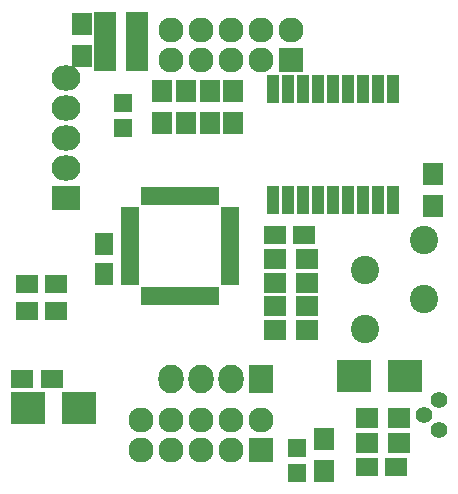
<source format=gbs>
G04 #@! TF.FileFunction,Soldermask,Bot*
%FSLAX46Y46*%
G04 Gerber Fmt 4.6, Leading zero omitted, Abs format (unit mm)*
G04 Created by KiCad (PCBNEW 4.0.7) date 05/10/18 10:09:07*
%MOMM*%
%LPD*%
G01*
G04 APERTURE LIST*
%ADD10C,0.200000*%
%ADD11R,1.900000X1.650000*%
%ADD12R,2.127200X2.432000*%
%ADD13O,2.127200X2.432000*%
%ADD14R,2.127200X2.127200*%
%ADD15O,2.127200X2.127200*%
%ADD16R,1.600000X1.000000*%
%ADD17R,1.000000X1.600000*%
%ADD18R,1.650000X1.900000*%
%ADD19R,1.598880X1.598880*%
%ADD20R,2.432000X2.127200*%
%ADD21O,2.432000X2.127200*%
%ADD22R,1.900000X1.700000*%
%ADD23R,1.700000X1.900000*%
%ADD24R,1.000000X2.400000*%
%ADD25C,1.400760*%
%ADD26C,2.400000*%
%ADD27R,2.900000X2.700000*%
G04 APERTURE END LIST*
D10*
D11*
X91877200Y-88722200D03*
X89377200Y-88722200D03*
D12*
X109250000Y-96750000D03*
D13*
X106710000Y-96750000D03*
X104170000Y-96750000D03*
X101630000Y-96750000D03*
D14*
X111750000Y-69750000D03*
D15*
X111750000Y-67210000D03*
X109210000Y-69750000D03*
X109210000Y-67210000D03*
X106670000Y-69750000D03*
X106670000Y-67210000D03*
X104130000Y-69750000D03*
X104130000Y-67210000D03*
X101590000Y-69750000D03*
X101590000Y-67210000D03*
D16*
X106590000Y-82700000D03*
X106590000Y-83500000D03*
X106590000Y-84300000D03*
X106590000Y-85100000D03*
X106590000Y-85900000D03*
X106590000Y-86700000D03*
X106590000Y-87500000D03*
X106590000Y-88300000D03*
D17*
X105140000Y-89750000D03*
X104340000Y-89750000D03*
X103540000Y-89750000D03*
X102740000Y-89750000D03*
X101940000Y-89750000D03*
X101140000Y-89750000D03*
X100340000Y-89750000D03*
X99540000Y-89750000D03*
D16*
X98090000Y-88300000D03*
X98090000Y-87500000D03*
X98090000Y-86700000D03*
X98090000Y-85900000D03*
X98090000Y-85100000D03*
X98090000Y-84300000D03*
X98090000Y-83500000D03*
X98090000Y-82700000D03*
D17*
X99540000Y-81250000D03*
X100340000Y-81250000D03*
X101140000Y-81250000D03*
X101940000Y-81250000D03*
X102740000Y-81250000D03*
X103540000Y-81250000D03*
X104340000Y-81250000D03*
X105140000Y-81250000D03*
D11*
X112880000Y-84580000D03*
X110380000Y-84580000D03*
D18*
X95961200Y-85338600D03*
X95961200Y-87838600D03*
D19*
X97510000Y-75499020D03*
X97510000Y-73400980D03*
X112260000Y-104709020D03*
X112260000Y-102610980D03*
D14*
X109250000Y-102750000D03*
D15*
X109250000Y-100210000D03*
X106710000Y-102750000D03*
X106710000Y-100210000D03*
X104170000Y-102750000D03*
X104170000Y-100210000D03*
X101630000Y-102750000D03*
X101630000Y-100210000D03*
X99090000Y-102750000D03*
X99090000Y-100210000D03*
D20*
X92740000Y-81460000D03*
D21*
X92740000Y-78920000D03*
X92740000Y-76380000D03*
X92740000Y-73840000D03*
X92740000Y-71300000D03*
D22*
X98730000Y-66520000D03*
X96030000Y-66520000D03*
D23*
X94030000Y-66730000D03*
X94030000Y-69430000D03*
D22*
X98730000Y-69880000D03*
X96030000Y-69880000D03*
X96030000Y-68200000D03*
X98730000Y-68200000D03*
X113110000Y-86620000D03*
X110410000Y-86620000D03*
X110415000Y-88615000D03*
X113115000Y-88615000D03*
X113130000Y-92640000D03*
X110430000Y-92640000D03*
X110410000Y-90630000D03*
X113110000Y-90630000D03*
D23*
X106850000Y-72400000D03*
X106850000Y-75100000D03*
X104870000Y-75110000D03*
X104870000Y-72410000D03*
X100860000Y-72410000D03*
X100860000Y-75110000D03*
X102900000Y-75110000D03*
X102900000Y-72410000D03*
X123775000Y-82150000D03*
X123775000Y-79450000D03*
X114550000Y-101830000D03*
X114550000Y-104530000D03*
D22*
X118233200Y-100076000D03*
X120933200Y-100076000D03*
D24*
X120410000Y-81620000D03*
X119140000Y-81620000D03*
X117870000Y-81620000D03*
X116600000Y-81620000D03*
X115330000Y-81620000D03*
X114060000Y-81620000D03*
X112790000Y-81620000D03*
X111520000Y-81620000D03*
X110250000Y-81620000D03*
X110250000Y-72220000D03*
X111520000Y-72220000D03*
X112790000Y-72220000D03*
X114060000Y-72220000D03*
X115330000Y-72220000D03*
X116600000Y-72220000D03*
X117870000Y-72220000D03*
X119140000Y-72220000D03*
X120410000Y-72220000D03*
D25*
X123010000Y-99790000D03*
X124280000Y-101060000D03*
X124280000Y-98520000D03*
D26*
X123000000Y-90000000D03*
X118000000Y-92500000D03*
X123000000Y-85000000D03*
X118000000Y-87500000D03*
D11*
X120680800Y-104190800D03*
X118180800Y-104190800D03*
X91496200Y-96799400D03*
X88996200Y-96799400D03*
X91877200Y-91008200D03*
X89377200Y-91008200D03*
D22*
X120933200Y-102158800D03*
X118233200Y-102158800D03*
D27*
X117070000Y-96500000D03*
X121370000Y-96500000D03*
X93793200Y-99263200D03*
X89493200Y-99263200D03*
M02*

</source>
